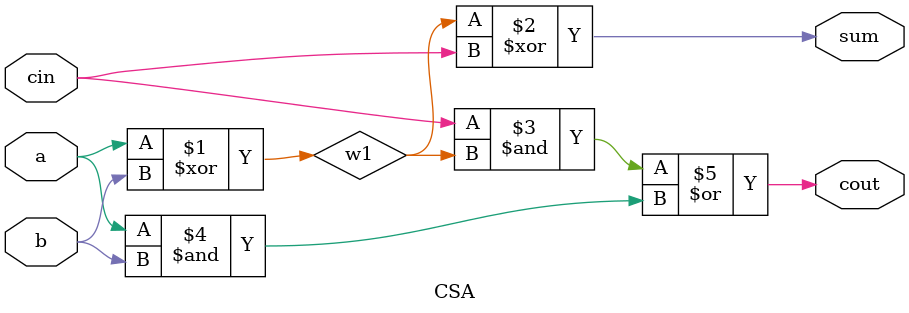
<source format=v>
`default_nettype none
module CSA(
    input wire a,
    input wire b,
    input wire cin,
    output wire sum,
    output wire cout
);
    wire w1;
    assign w1 = a ^ b;
    assign sum = w1 ^ cin;
    assign cout = (cin & w1) | (a & b);
endmodule
</source>
